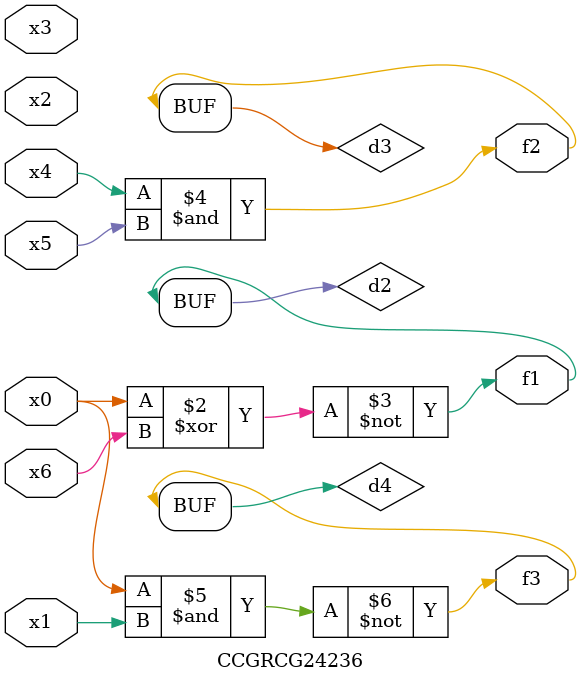
<source format=v>
module CCGRCG24236(
	input x0, x1, x2, x3, x4, x5, x6,
	output f1, f2, f3
);

	wire d1, d2, d3, d4;

	nor (d1, x0);
	xnor (d2, x0, x6);
	and (d3, x4, x5);
	nand (d4, x0, x1);
	assign f1 = d2;
	assign f2 = d3;
	assign f3 = d4;
endmodule

</source>
